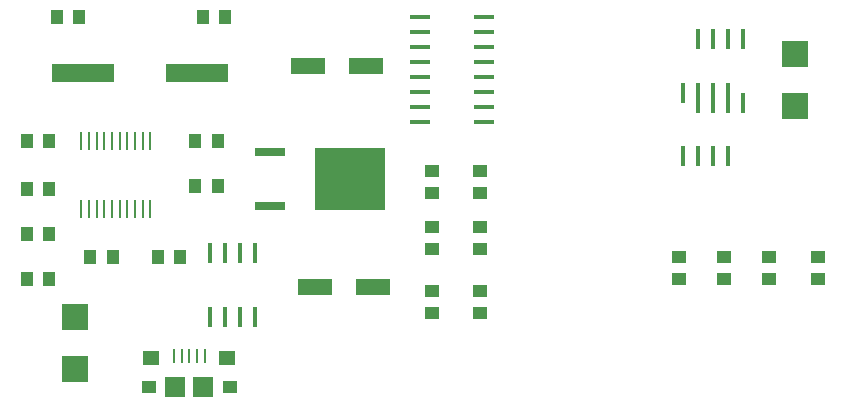
<source format=gbr>
%TF.GenerationSoftware,Novarm,DipTrace,3.0.0.2*%
%TF.CreationDate,2017-02-07T17:04:20+02:00*%
%FSLAX26Y26*%
%MOIN*%
%TF.FileFunction,Paste,Top*%
%TF.Part,Single*%
%ADD58R,0.208535X0.062866*%
%ADD60R,0.07074X0.015622*%
%ADD62R,0.007748X0.062866*%
%ADD66R,0.015622X0.07074*%
%ADD68R,0.234126X0.210504*%
%ADD70R,0.100268X0.03137*%
%ADD76R,0.051055X0.043181*%
%ADD86R,0.066803X0.066803*%
%ADD88R,0.049087X0.043181*%
%ADD90R,0.054992X0.047118*%
%ADD92R,0.007748X0.04515*%
%ADD98R,0.086488X0.086488*%
%ADD100R,0.116016X0.054992*%
%ADD102R,0.043181X0.051055*%
G75*
G01*
%LPD*%
D102*
X719000Y1281500D3*
X793803D3*
X719000Y1119000D3*
X793803D3*
X1281500Y1281500D3*
X1356303D3*
X1281500Y1131500D3*
X1356303D3*
D100*
X1681500Y794000D3*
X1874413D3*
X1656500Y1531500D3*
X1849413D3*
D102*
X719000Y969000D3*
X793803D3*
X931500Y894000D3*
X1006303D3*
X719000Y819000D3*
X793803D3*
X1156500Y894000D3*
X1231303D3*
X819000Y1694000D3*
X893803D3*
X1306500D3*
X1381303D3*
D98*
X881500Y694000D3*
Y520772D3*
X3281500Y1569000D3*
Y1395772D3*
D92*
X1209892Y564665D3*
X1235483D3*
X1261073D3*
X1286664D3*
X1312254D3*
D90*
X1135089Y555807D3*
X1387058D3*
D88*
X1126231Y459350D3*
X1395916D3*
D86*
X1213829D3*
X1308317D3*
D76*
X2069000Y1181500D3*
Y1106697D3*
X2231500Y1106500D3*
Y1181303D3*
X2069000Y919000D3*
Y993803D3*
X2231500Y919000D3*
Y993803D3*
X2069000Y781500D3*
Y706697D3*
X2231500Y781500D3*
Y706697D3*
X2894000Y819000D3*
Y893803D3*
X3044000Y819000D3*
Y893803D3*
X3194000Y819000D3*
Y893803D3*
X3356500Y819000D3*
Y893803D3*
D70*
X1531500Y1244000D3*
Y1064472D3*
D68*
X1795280Y1154236D3*
D66*
X1331500Y694000D3*
X1381500D3*
X1431500D3*
X1481500D3*
Y906598D3*
X1431500D3*
X1381500D3*
X1331500D3*
D62*
X1131500Y1281500D3*
X1105909D3*
X1080319D3*
X1054728D3*
X1029138D3*
X1003547D3*
X977957D3*
X952366D3*
X926776D3*
X901185D3*
Y1053146D3*
X926776Y1053154D3*
X952366D3*
X977957D3*
X1003547D3*
X1029138D3*
X1054728D3*
X1080319D3*
X1105909D3*
X1131500D3*
D60*
X2244000Y1344000D3*
Y1394000D3*
Y1444000D3*
Y1494000D3*
Y1544000D3*
Y1594000D3*
Y1644000D3*
Y1694000D3*
X2031402D3*
Y1644000D3*
Y1594000D3*
Y1544000D3*
Y1494000D3*
Y1444000D3*
Y1394000D3*
Y1344000D3*
D66*
X2905782Y1228736D3*
X2955782D3*
X3005782D3*
X3055782D3*
Y1441334D3*
X3005782D3*
X2955782D3*
X2905782D3*
X2956500Y1406500D3*
X3006500D3*
X3056500D3*
X3106500D3*
Y1619098D3*
X3056500D3*
X3006500D3*
X2956500D3*
D58*
X906500Y1506500D3*
X1286500D3*
M02*

</source>
